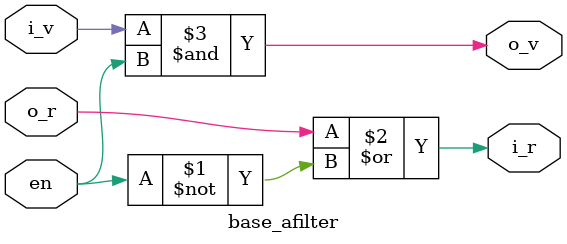
<source format=v>
module base_afilter#(parameter width=1)
  (input  [0:width-1]en,
   input  [0:width-1]i_v,
   output [0:width-1]i_r,

   output [0:width-1]o_v,
   input  [0:width-1]o_r);

   assign i_r = o_r | ~en;
   assign o_v = i_v & en;
endmodule // base_afilter


</source>
